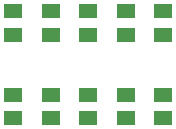
<source format=gbp>
G04 #@! TF.GenerationSoftware,KiCad,Pcbnew,(5.1.8)-1*
G04 #@! TF.CreationDate,2021-08-08T18:23:10-04:00*
G04 #@! TF.ProjectId,nearless_front_pcb,6e656172-6c65-4737-935f-66726f6e745f,rev?*
G04 #@! TF.SameCoordinates,Original*
G04 #@! TF.FileFunction,Paste,Bot*
G04 #@! TF.FilePolarity,Positive*
%FSLAX46Y46*%
G04 Gerber Fmt 4.6, Leading zero omitted, Abs format (unit mm)*
G04 Created by KiCad (PCBNEW (5.1.8)-1) date 2021-08-08 18:23:10*
%MOMM*%
%LPD*%
G01*
G04 APERTURE LIST*
%ADD10R,1.500000X1.300000*%
G04 APERTURE END LIST*
D10*
X82410000Y-55480000D03*
X82410000Y-53480000D03*
X82410000Y-46400000D03*
X82410000Y-48400000D03*
X79235000Y-55480000D03*
X79235000Y-53480000D03*
X79235000Y-46400000D03*
X79235000Y-48400000D03*
X76060000Y-55480000D03*
X76060000Y-53480000D03*
X76060000Y-46400000D03*
X76060000Y-48400000D03*
X72885000Y-55480000D03*
X72885000Y-53480000D03*
X72885000Y-46400000D03*
X72885000Y-48400000D03*
X69710000Y-55480000D03*
X69710000Y-53480000D03*
X69710000Y-46400000D03*
X69710000Y-48400000D03*
M02*

</source>
